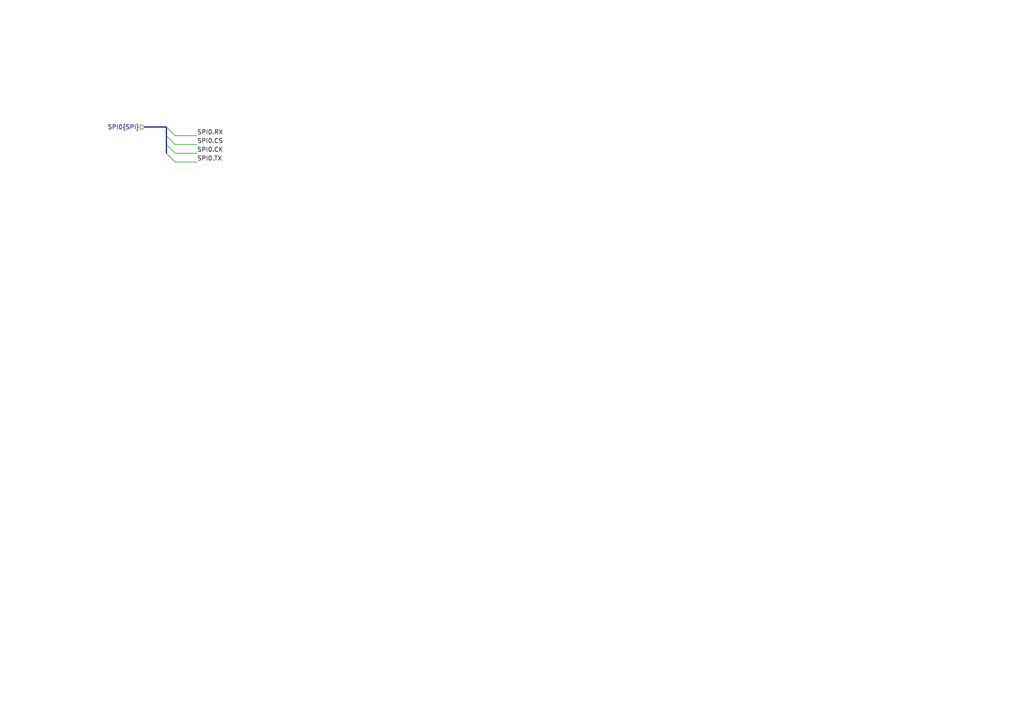
<source format=kicad_sch>
(kicad_sch
	(version 20250114)
	(generator "eeschema")
	(generator_version "9.0")
	(uuid "3e1cb6dd-23bb-4ba1-865b-1fe6e0ffb78a")
	(paper "A4")
	(lib_symbols)
	(bus_entry
		(at 48.26 39.37)
		(size 2.54 2.54)
		(stroke
			(width 0)
			(type default)
		)
		(uuid "820bb4d5-35d3-43d6-96bf-c2b68c5b7f98")
	)
	(bus_entry
		(at 48.26 36.83)
		(size 2.54 2.54)
		(stroke
			(width 0)
			(type default)
		)
		(uuid "9acb60fc-9bbe-4a25-a5ff-49d351540a2f")
	)
	(bus_entry
		(at 48.26 44.45)
		(size 2.54 2.54)
		(stroke
			(width 0)
			(type default)
		)
		(uuid "c0086b44-2f2c-4895-b018-a24a4f01de54")
	)
	(bus_entry
		(at 48.26 41.91)
		(size 2.54 2.54)
		(stroke
			(width 0)
			(type default)
		)
		(uuid "fda89f30-e763-41ca-8b26-5cb560004709")
	)
	(wire
		(pts
			(xy 50.8 41.91) (xy 57.15 41.91)
		)
		(stroke
			(width 0)
			(type default)
		)
		(uuid "0008f2aa-24fa-49ae-9485-d7f0aea3093a")
	)
	(wire
		(pts
			(xy 50.8 39.37) (xy 57.15 39.37)
		)
		(stroke
			(width 0)
			(type default)
		)
		(uuid "093724f5-5447-4843-82a2-4bfb6dc477e7")
	)
	(bus
		(pts
			(xy 48.26 41.91) (xy 48.26 44.45)
		)
		(stroke
			(width 0)
			(type default)
		)
		(uuid "28c1a82b-5f78-49a2-aa7a-639fb62dbf8a")
	)
	(bus
		(pts
			(xy 48.26 39.37) (xy 48.26 41.91)
		)
		(stroke
			(width 0)
			(type default)
		)
		(uuid "2f2fcf05-94ca-4043-876c-ff81a75c936c")
	)
	(bus
		(pts
			(xy 48.26 36.83) (xy 48.26 39.37)
		)
		(stroke
			(width 0)
			(type default)
		)
		(uuid "3e903ea0-5b02-47f7-85d2-653b4a87d5f7")
	)
	(wire
		(pts
			(xy 50.8 46.99) (xy 57.15 46.99)
		)
		(stroke
			(width 0)
			(type default)
		)
		(uuid "bb85d107-c25d-4ac3-bb1d-654832c3d6d5")
	)
	(wire
		(pts
			(xy 50.8 44.45) (xy 57.15 44.45)
		)
		(stroke
			(width 0)
			(type default)
		)
		(uuid "d62750b1-65d7-41d7-a4cd-0a7e46e16d33")
	)
	(bus
		(pts
			(xy 41.91 36.83) (xy 48.26 36.83)
		)
		(stroke
			(width 0)
			(type default)
		)
		(uuid "ece79033-9186-48b5-b4a9-c79c708b3cce")
	)
	(label "SPI0.CS"
		(at 57.15 41.91 0)
		(effects
			(font
				(size 1.27 1.27)
			)
			(justify left bottom)
		)
		(uuid "0b4a8dd9-b2c9-4690-83ca-3f68b11bbaa0")
	)
	(label "SPI0.CK"
		(at 57.15 44.45 0)
		(effects
			(font
				(size 1.27 1.27)
			)
			(justify left bottom)
		)
		(uuid "22539b51-a552-46ad-9e6d-4bd0fc2363cc")
	)
	(label "SPI0.RX"
		(at 57.15 39.37 0)
		(effects
			(font
				(size 1.27 1.27)
			)
			(justify left bottom)
		)
		(uuid "27b39c78-43f4-42bc-9535-d2b7e20575aa")
	)
	(label "SPI0.TX"
		(at 57.15 46.99 0)
		(effects
			(font
				(size 1.27 1.27)
			)
			(justify left bottom)
		)
		(uuid "d2e1ff7d-7163-40fc-a349-ce383f5f9dac")
	)
	(hierarchical_label "SPI0{SPI}"
		(shape input)
		(at 41.91 36.83 180)
		(effects
			(font
				(size 1.27 1.27)
			)
			(justify right)
		)
		(uuid "428b814f-f202-43f5-9e56-d0b433e067cc")
	)
)

</source>
